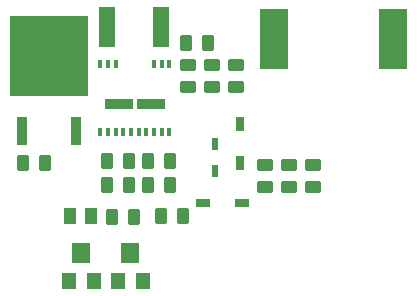
<source format=gtp>
G04*
G04 #@! TF.GenerationSoftware,Altium Limited,Altium Designer,23.10.1 (27)*
G04*
G04 Layer_Color=8421504*
%FSLAX25Y25*%
%MOIN*%
G70*
G04*
G04 #@! TF.SameCoordinates,C0C592A9-96B4-4F53-9DEC-7EA94FB758FA*
G04*
G04*
G04 #@! TF.FilePolarity,Positive*
G04*
G01*
G75*
G04:AMPARAMS|DCode=16|XSize=39.37mil|YSize=55.91mil|CornerRadius=4.92mil|HoleSize=0mil|Usage=FLASHONLY|Rotation=0.000|XOffset=0mil|YOffset=0mil|HoleType=Round|Shape=RoundedRectangle|*
%AMROUNDEDRECTD16*
21,1,0.03937,0.04606,0,0,0.0*
21,1,0.02953,0.05591,0,0,0.0*
1,1,0.00984,0.01476,-0.02303*
1,1,0.00984,-0.01476,-0.02303*
1,1,0.00984,-0.01476,0.02303*
1,1,0.00984,0.01476,0.02303*
%
%ADD16ROUNDEDRECTD16*%
%ADD17R,0.01772X0.03150*%
%ADD18R,0.04331X0.05709*%
%ADD19R,0.03700X0.09800*%
%ADD20R,0.26200X0.26800*%
%ADD21R,0.09500X0.20500*%
%ADD22R,0.04700X0.05500*%
%ADD23R,0.06300X0.06700*%
G04:AMPARAMS|DCode=24|XSize=47.64mil|YSize=28.74mil|CornerRadius=2.59mil|HoleSize=0mil|Usage=FLASHONLY|Rotation=0.000|XOffset=0mil|YOffset=0mil|HoleType=Round|Shape=RoundedRectangle|*
%AMROUNDEDRECTD24*
21,1,0.04764,0.02357,0,0,0.0*
21,1,0.04247,0.02874,0,0,0.0*
1,1,0.00517,0.02123,-0.01178*
1,1,0.00517,-0.02123,-0.01178*
1,1,0.00517,-0.02123,0.01178*
1,1,0.00517,0.02123,0.01178*
%
%ADD24ROUNDEDRECTD24*%
G04:AMPARAMS|DCode=25|XSize=39.37mil|YSize=55.91mil|CornerRadius=4.92mil|HoleSize=0mil|Usage=FLASHONLY|Rotation=90.000|XOffset=0mil|YOffset=0mil|HoleType=Round|Shape=RoundedRectangle|*
%AMROUNDEDRECTD25*
21,1,0.03937,0.04606,0,0,90.0*
21,1,0.02953,0.05591,0,0,90.0*
1,1,0.00984,0.02303,0.01476*
1,1,0.00984,0.02303,-0.01476*
1,1,0.00984,-0.02303,-0.01476*
1,1,0.00984,-0.02303,0.01476*
%
%ADD25ROUNDEDRECTD25*%
G04:AMPARAMS|DCode=26|XSize=47.64mil|YSize=28.74mil|CornerRadius=2.59mil|HoleSize=0mil|Usage=FLASHONLY|Rotation=90.000|XOffset=0mil|YOffset=0mil|HoleType=Round|Shape=RoundedRectangle|*
%AMROUNDEDRECTD26*
21,1,0.04764,0.02357,0,0,90.0*
21,1,0.04247,0.02874,0,0,90.0*
1,1,0.00517,0.01178,0.02123*
1,1,0.00517,0.01178,-0.02123*
1,1,0.00517,-0.01178,-0.02123*
1,1,0.00517,-0.01178,0.02123*
%
%ADD26ROUNDEDRECTD26*%
G04:AMPARAMS|DCode=27|XSize=40.55mil|YSize=20.47mil|CornerRadius=2.56mil|HoleSize=0mil|Usage=FLASHONLY|Rotation=90.000|XOffset=0mil|YOffset=0mil|HoleType=Round|Shape=RoundedRectangle|*
%AMROUNDEDRECTD27*
21,1,0.04055,0.01535,0,0,90.0*
21,1,0.03543,0.02047,0,0,90.0*
1,1,0.00512,0.00768,0.01772*
1,1,0.00512,0.00768,-0.01772*
1,1,0.00512,-0.00768,-0.01772*
1,1,0.00512,-0.00768,0.01772*
%
%ADD27ROUNDEDRECTD27*%
%ADD28R,0.05700X0.13600*%
G36*
X180220Y344076D02*
Y347423D01*
X189590D01*
Y344076D01*
X180220D01*
D02*
G37*
G36*
X190810D02*
Y347423D01*
X200180D01*
Y344076D01*
X190810D01*
D02*
G37*
D16*
X190081Y308100D02*
D03*
X182719D02*
D03*
X188381Y318700D02*
D03*
X181019D02*
D03*
X207338Y366000D02*
D03*
X214700D02*
D03*
X206200Y308200D02*
D03*
X198838D02*
D03*
X202098Y326601D02*
D03*
X194736D02*
D03*
X194738Y318699D02*
D03*
X202100D02*
D03*
X181038Y326600D02*
D03*
X188400D02*
D03*
X152838Y326100D02*
D03*
X160200D02*
D03*
D17*
X201716Y336183D02*
D03*
X199157D02*
D03*
X196598D02*
D03*
X194039D02*
D03*
X191480D02*
D03*
X188920D02*
D03*
X186361D02*
D03*
X183802D02*
D03*
X181243D02*
D03*
X178684D02*
D03*
Y359017D02*
D03*
X181243D02*
D03*
X183802D02*
D03*
X201716D02*
D03*
X199157D02*
D03*
X196598D02*
D03*
D18*
X175743Y308300D02*
D03*
X168657D02*
D03*
D19*
X152684Y336500D02*
D03*
X170716D02*
D03*
D20*
X161700Y361700D02*
D03*
D21*
X276250Y367300D02*
D03*
X236550D02*
D03*
D22*
X184566Y286720D02*
D03*
X192834D02*
D03*
X168266Y286760D02*
D03*
X176534D02*
D03*
D23*
X188700Y296000D02*
D03*
X172400Y296040D02*
D03*
D24*
X212886Y312700D02*
D03*
X226114D02*
D03*
D25*
X249600Y318019D02*
D03*
Y325381D02*
D03*
X241600Y318020D02*
D03*
Y325383D02*
D03*
X233700Y318019D02*
D03*
Y325381D02*
D03*
X224000Y351319D02*
D03*
Y358681D02*
D03*
X216100Y358662D02*
D03*
Y351300D02*
D03*
X208100D02*
D03*
Y358662D02*
D03*
D26*
X225300Y325886D02*
D03*
Y339114D02*
D03*
D27*
X217000Y323372D02*
D03*
Y332428D02*
D03*
D28*
X181050Y371200D02*
D03*
X198950D02*
D03*
M02*

</source>
